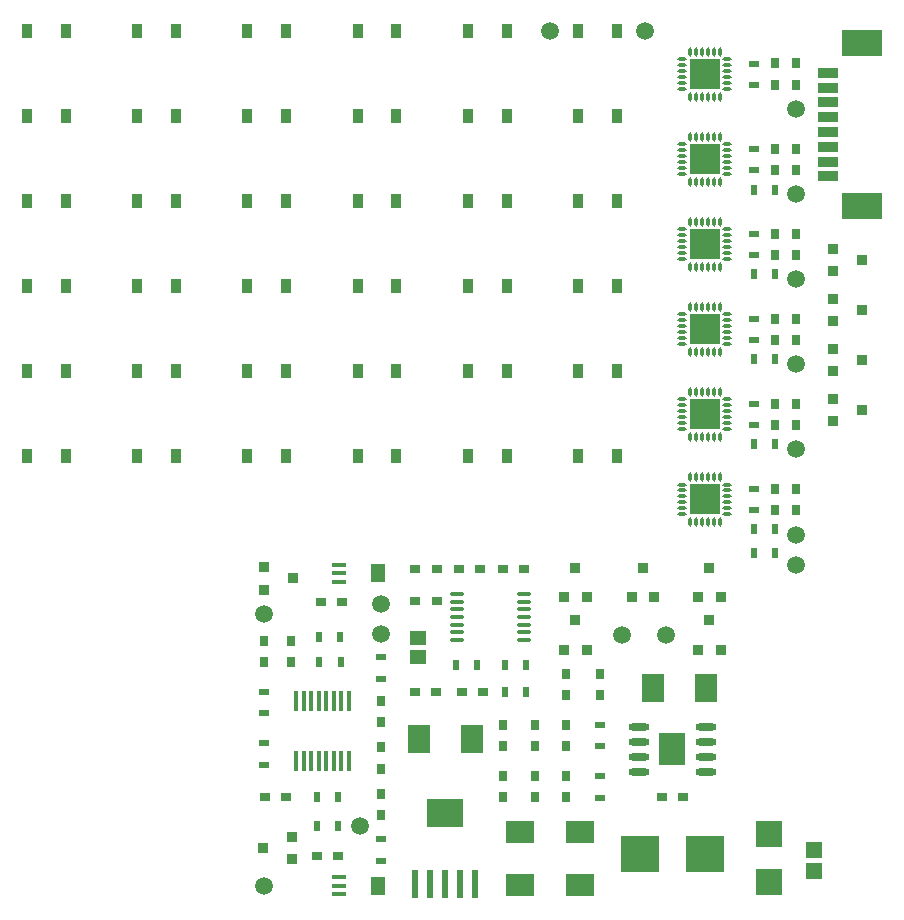
<source format=gbr>
G04*
G04 #@! TF.GenerationSoftware,Altium Limited,Altium Designer,24.1.2 (44)*
G04*
G04 Layer_Color=128*
%FSLAX44Y44*%
%MOMM*%
G71*
G04*
G04 #@! TF.SameCoordinates,14EC1D3F-8ED5-41FF-9881-AC4D2EF9915D*
G04*
G04*
G04 #@! TF.FilePolarity,Positive*
G04*
G01*
G75*
%ADD56R,2.3000X2.8000*%
%ADD57O,1.8000X0.6000*%
%ADD58R,1.4000X1.4000*%
%ADD59R,2.3000X2.2860*%
%ADD60R,0.6325X2.3455*%
%ADD61R,3.1725X2.3455*%
G04:AMPARAMS|DCode=62|XSize=0.2746mm|YSize=0.8048mm|CornerRadius=0.1373mm|HoleSize=0mm|Usage=FLASHONLY|Rotation=180.000|XOffset=0mm|YOffset=0mm|HoleType=Round|Shape=RoundedRectangle|*
%AMROUNDEDRECTD62*
21,1,0.2746,0.5302,0,0,180.0*
21,1,0.0000,0.8048,0,0,180.0*
1,1,0.2746,0.0000,0.2651*
1,1,0.2746,0.0000,0.2651*
1,1,0.2746,0.0000,-0.2651*
1,1,0.2746,0.0000,-0.2651*
%
%ADD62ROUNDEDRECTD62*%
G04:AMPARAMS|DCode=63|XSize=0.2746mm|YSize=0.8048mm|CornerRadius=0.1373mm|HoleSize=0mm|Usage=FLASHONLY|Rotation=90.000|XOffset=0mm|YOffset=0mm|HoleType=Round|Shape=RoundedRectangle|*
%AMROUNDEDRECTD63*
21,1,0.2746,0.5302,0,0,90.0*
21,1,0.0000,0.8048,0,0,90.0*
1,1,0.2746,0.2651,0.0000*
1,1,0.2746,0.2651,0.0000*
1,1,0.2746,-0.2651,0.0000*
1,1,0.2746,-0.2651,0.0000*
%
%ADD63ROUNDEDRECTD63*%
%ADD64R,2.5000X2.5000*%
%ADD65R,3.5000X2.2098*%
%ADD66O,1.2500X0.3500*%
%ADD67R,3.3000X3.1500*%
%ADD68R,0.9000X0.8000*%
%ADD69R,0.6000X0.9000*%
%ADD70R,0.8000X0.9000*%
%ADD71R,0.9000X0.6000*%
%ADD72R,0.4000X1.8000*%
%ADD73R,1.4000X1.3000*%
%ADD74R,1.8796X2.3622*%
%ADD75R,0.9500X0.9000*%
%ADD76R,1.2700X0.4000*%
%ADD77R,1.2700X1.5500*%
%ADD78R,2.3622X1.8796*%
%ADD79R,0.9000X0.9500*%
%ADD80C,1.5000*%
%ADD81R,0.9100X1.2200*%
%ADD82R,1.7018X0.8128*%
%ADD87R,1.2700X0.3810*%
G36*
X671380Y414750D02*
X660130D01*
Y426000D01*
X671380D01*
Y414750D01*
D02*
G37*
G36*
X658130D02*
X646880D01*
Y426000D01*
X658130D01*
Y414750D01*
D02*
G37*
G36*
X671380Y356000D02*
X660130D01*
Y367250D01*
X671380D01*
Y356000D01*
D02*
G37*
G36*
X658130D02*
X646880D01*
Y367250D01*
X658130D01*
Y356000D01*
D02*
G37*
G36*
X671380Y342750D02*
X660130D01*
Y354000D01*
X671380D01*
Y342750D01*
D02*
G37*
G36*
X658130D02*
X646880D01*
Y354000D01*
X658130D01*
Y342750D01*
D02*
G37*
G36*
X671380Y500000D02*
X660130D01*
Y511250D01*
X671380D01*
Y500000D01*
D02*
G37*
G36*
X658130D02*
X646880D01*
Y511250D01*
X658130D01*
Y500000D01*
D02*
G37*
G36*
X671380Y486750D02*
X660130D01*
Y498000D01*
X671380D01*
Y486750D01*
D02*
G37*
G36*
X658130D02*
X646880D01*
Y498000D01*
X658130D01*
Y486750D01*
D02*
G37*
G36*
X671380Y428000D02*
X660130D01*
Y439250D01*
X671380D01*
Y428000D01*
D02*
G37*
G36*
X658130D02*
X646880D01*
Y439250D01*
X658130D01*
Y428000D01*
D02*
G37*
G36*
X671380Y630750D02*
X660130D01*
Y642000D01*
X671380D01*
Y630750D01*
D02*
G37*
G36*
X658130D02*
X646880D01*
Y642000D01*
X658130D01*
Y630750D01*
D02*
G37*
G36*
X671380Y572000D02*
X660130D01*
Y583250D01*
X671380D01*
Y572000D01*
D02*
G37*
G36*
X658130D02*
X646880D01*
Y583250D01*
X658130D01*
Y572000D01*
D02*
G37*
G36*
X671380Y558750D02*
X660130D01*
Y570000D01*
X671380D01*
Y558750D01*
D02*
G37*
G36*
X658130D02*
X646880D01*
Y570000D01*
X658130D01*
Y558750D01*
D02*
G37*
G36*
X671380Y716000D02*
X660130D01*
Y727250D01*
X671380D01*
Y716000D01*
D02*
G37*
G36*
X658130D02*
X646880D01*
Y727250D01*
X658130D01*
Y716000D01*
D02*
G37*
G36*
X671380Y702750D02*
X660130D01*
Y714000D01*
X671380D01*
Y702750D01*
D02*
G37*
G36*
X658130D02*
X646880D01*
Y714000D01*
X658130D01*
Y702750D01*
D02*
G37*
G36*
X671380Y644000D02*
X660130D01*
Y655250D01*
X671380D01*
Y644000D01*
D02*
G37*
G36*
X658130D02*
X646880D01*
Y655250D01*
X658130D01*
Y644000D01*
D02*
G37*
D56*
X631630Y143510D02*
D03*
D57*
X659880Y162560D02*
D03*
Y149860D02*
D03*
Y137160D02*
D03*
Y124460D02*
D03*
X603380Y162560D02*
D03*
Y149860D02*
D03*
Y137160D02*
D03*
Y124460D02*
D03*
D58*
X751840Y40640D02*
D03*
Y57940D02*
D03*
D59*
X713170Y71700D02*
D03*
Y31060D02*
D03*
D60*
X464542Y29088D02*
D03*
X451842D02*
D03*
X439142D02*
D03*
X426442D02*
D03*
X413742D02*
D03*
D61*
X439142Y89294D02*
D03*
D62*
X671630Y695976D02*
D03*
X666630D02*
D03*
X661630D02*
D03*
X656630D02*
D03*
X651630D02*
D03*
X646630D02*
D03*
Y734024D02*
D03*
X651630D02*
D03*
X656630D02*
D03*
X661630D02*
D03*
X666630D02*
D03*
X671630D02*
D03*
Y518024D02*
D03*
X666630D02*
D03*
X661630D02*
D03*
X656630D02*
D03*
X651630D02*
D03*
X646630D02*
D03*
Y479976D02*
D03*
X651630D02*
D03*
X656630D02*
D03*
X661630D02*
D03*
X666630D02*
D03*
X671630D02*
D03*
Y623976D02*
D03*
X666630D02*
D03*
X661630D02*
D03*
X656630D02*
D03*
X651630D02*
D03*
X646630D02*
D03*
Y662024D02*
D03*
X651630D02*
D03*
X656630D02*
D03*
X661630D02*
D03*
X666630D02*
D03*
X671630D02*
D03*
Y446024D02*
D03*
X666630D02*
D03*
X661630D02*
D03*
X656630D02*
D03*
X651630D02*
D03*
X646630D02*
D03*
Y407976D02*
D03*
X651630D02*
D03*
X656630D02*
D03*
X661630D02*
D03*
X666630D02*
D03*
X671630D02*
D03*
Y335976D02*
D03*
X666630D02*
D03*
X661630D02*
D03*
X656630D02*
D03*
X651630D02*
D03*
X646630D02*
D03*
Y374024D02*
D03*
X651630D02*
D03*
X656630D02*
D03*
X661630D02*
D03*
X666630D02*
D03*
X671630D02*
D03*
Y590024D02*
D03*
X666630D02*
D03*
X661630D02*
D03*
X656630D02*
D03*
X651630D02*
D03*
X646630D02*
D03*
Y551976D02*
D03*
X651630D02*
D03*
X656630D02*
D03*
X661630D02*
D03*
X666630D02*
D03*
X671630D02*
D03*
D63*
X640106Y702500D02*
D03*
Y707500D02*
D03*
Y712500D02*
D03*
Y717500D02*
D03*
Y722500D02*
D03*
Y727500D02*
D03*
X678154D02*
D03*
Y722500D02*
D03*
Y717500D02*
D03*
Y712500D02*
D03*
Y707500D02*
D03*
Y702500D02*
D03*
Y486500D02*
D03*
Y491500D02*
D03*
Y496500D02*
D03*
Y501500D02*
D03*
Y506500D02*
D03*
Y511500D02*
D03*
X640106D02*
D03*
Y506500D02*
D03*
Y501500D02*
D03*
Y496500D02*
D03*
Y491500D02*
D03*
Y486500D02*
D03*
Y630500D02*
D03*
Y635500D02*
D03*
Y640500D02*
D03*
Y645500D02*
D03*
Y650500D02*
D03*
Y655500D02*
D03*
X678154D02*
D03*
Y650500D02*
D03*
Y645500D02*
D03*
Y640500D02*
D03*
Y635500D02*
D03*
Y630500D02*
D03*
Y414500D02*
D03*
Y419500D02*
D03*
Y424500D02*
D03*
Y429500D02*
D03*
Y434500D02*
D03*
Y439500D02*
D03*
X640106D02*
D03*
Y434500D02*
D03*
Y429500D02*
D03*
Y424500D02*
D03*
Y419500D02*
D03*
Y414500D02*
D03*
Y342500D02*
D03*
Y347500D02*
D03*
Y352500D02*
D03*
Y357500D02*
D03*
Y362500D02*
D03*
Y367500D02*
D03*
X678154D02*
D03*
Y362500D02*
D03*
Y357500D02*
D03*
Y352500D02*
D03*
Y347500D02*
D03*
Y342500D02*
D03*
Y558500D02*
D03*
Y563500D02*
D03*
Y568500D02*
D03*
Y573500D02*
D03*
Y578500D02*
D03*
Y583500D02*
D03*
X640106D02*
D03*
Y578500D02*
D03*
Y573500D02*
D03*
Y568500D02*
D03*
Y563500D02*
D03*
Y558500D02*
D03*
D64*
X659130Y715000D02*
D03*
Y499000D02*
D03*
Y643000D02*
D03*
Y427000D02*
D03*
Y355000D02*
D03*
Y571000D02*
D03*
D65*
X792435Y741480D02*
D03*
Y602980D02*
D03*
D66*
X505770Y274770D02*
D03*
Y268270D02*
D03*
Y261770D02*
D03*
Y255270D02*
D03*
Y248770D02*
D03*
Y242270D02*
D03*
Y235770D02*
D03*
X449270Y274770D02*
D03*
Y268270D02*
D03*
Y261770D02*
D03*
Y255270D02*
D03*
Y248770D02*
D03*
Y242270D02*
D03*
Y235770D02*
D03*
D67*
X659130Y54610D02*
D03*
X604130D02*
D03*
D68*
X413910Y295888D02*
D03*
X431910D02*
D03*
Y269240D02*
D03*
X413910D02*
D03*
X351900Y267970D02*
D03*
X333900D02*
D03*
X413800Y191770D02*
D03*
X431800D02*
D03*
X453280D02*
D03*
X471280D02*
D03*
X286283Y102870D02*
D03*
X304283D02*
D03*
X330718Y53340D02*
D03*
X348718D02*
D03*
X622630Y102870D02*
D03*
X640630D02*
D03*
X451054Y295888D02*
D03*
X469054D02*
D03*
X488198D02*
D03*
X506198D02*
D03*
D69*
X332362Y238761D02*
D03*
X350521Y238760D02*
D03*
X350900Y217169D02*
D03*
X332741Y217170D02*
D03*
X447931Y214631D02*
D03*
X466090Y214630D02*
D03*
X489841Y214631D02*
D03*
X508000Y214630D02*
D03*
X489842Y191771D02*
D03*
X508001Y191770D02*
D03*
X330449Y102871D02*
D03*
X348608Y102870D02*
D03*
X330449Y78741D02*
D03*
X348608Y78740D02*
D03*
X718821Y309880D02*
D03*
X700662Y309881D02*
D03*
Y330201D02*
D03*
X718821Y330200D02*
D03*
X700662Y401956D02*
D03*
X718821Y401955D02*
D03*
X700662Y473711D02*
D03*
X718821Y473710D02*
D03*
X700662Y545466D02*
D03*
X718821Y545465D02*
D03*
X700662Y617221D02*
D03*
X718821Y617220D02*
D03*
D70*
X308610Y235060D02*
D03*
Y217060D02*
D03*
X285750D02*
D03*
Y235060D02*
D03*
X384810Y166260D02*
D03*
Y184260D02*
D03*
X488188Y163940D02*
D03*
Y145940D02*
D03*
X514858D02*
D03*
Y163940D02*
D03*
X488188Y120760D02*
D03*
Y102760D02*
D03*
X541528D02*
D03*
Y120760D02*
D03*
X514858Y102760D02*
D03*
Y120760D02*
D03*
X384810Y126890D02*
D03*
Y144890D02*
D03*
Y105520D02*
D03*
Y87520D02*
D03*
X541528Y189247D02*
D03*
Y207247D02*
D03*
X570230D02*
D03*
Y189247D02*
D03*
X541528Y145940D02*
D03*
Y163940D02*
D03*
X718820Y346000D02*
D03*
Y364000D02*
D03*
X736600D02*
D03*
Y346000D02*
D03*
X718820Y418000D02*
D03*
Y436000D02*
D03*
X736600D02*
D03*
Y418000D02*
D03*
X718820Y490000D02*
D03*
Y508000D02*
D03*
X736600D02*
D03*
Y490000D02*
D03*
X718820Y562000D02*
D03*
Y580000D02*
D03*
X736600D02*
D03*
Y562000D02*
D03*
X718820Y634000D02*
D03*
Y652000D02*
D03*
X736600Y634000D02*
D03*
Y652000D02*
D03*
X718820Y706000D02*
D03*
Y724000D02*
D03*
X736600D02*
D03*
Y706000D02*
D03*
D71*
X285751Y192148D02*
D03*
X285750Y173989D02*
D03*
X285749Y130432D02*
D03*
X285750Y148591D02*
D03*
X384811Y221358D02*
D03*
X384810Y203199D02*
D03*
X384817Y49152D02*
D03*
X384818Y67311D02*
D03*
X570229Y102491D02*
D03*
X570230Y120650D02*
D03*
X570231Y164209D02*
D03*
X570230Y146050D02*
D03*
X701039Y345733D02*
D03*
X701040Y363892D02*
D03*
X701039Y417733D02*
D03*
X701040Y435892D02*
D03*
X701039Y561733D02*
D03*
X701040Y579892D02*
D03*
X701039Y633733D02*
D03*
X701040Y651892D02*
D03*
X701039Y705733D02*
D03*
X701040Y723892D02*
D03*
Y507892D02*
D03*
X701039Y489733D02*
D03*
D72*
X357505Y184277D02*
D03*
X351155D02*
D03*
X344805D02*
D03*
X338455D02*
D03*
X332105D02*
D03*
X325755D02*
D03*
X319405D02*
D03*
X313055D02*
D03*
Y133223D02*
D03*
X319405D02*
D03*
X325755D02*
D03*
X332105D02*
D03*
X338455D02*
D03*
X344805D02*
D03*
X351155D02*
D03*
X357505D02*
D03*
D73*
X416167Y221870D02*
D03*
Y237870D02*
D03*
D74*
X461772Y152273D02*
D03*
X417068D02*
D03*
X615370Y195580D02*
D03*
X660074D02*
D03*
D75*
X309666Y69190D02*
D03*
X284666Y59690D02*
D03*
X309666Y50190D02*
D03*
X767280Y548030D02*
D03*
X792280Y557530D02*
D03*
X767280Y567030D02*
D03*
Y505697D02*
D03*
X792280Y515197D02*
D03*
X767280Y524697D02*
D03*
Y463363D02*
D03*
X792280Y472863D02*
D03*
X767280Y482363D02*
D03*
Y421030D02*
D03*
X792280Y430530D02*
D03*
X767280Y440030D02*
D03*
X285750Y297485D02*
D03*
X310750Y287985D02*
D03*
X285750Y278485D02*
D03*
D76*
X349377Y27647D02*
D03*
X349369Y292205D02*
D03*
D77*
X382397Y27647D02*
D03*
X382389Y292205D02*
D03*
D78*
X502920Y73152D02*
D03*
Y28448D02*
D03*
X553720Y73240D02*
D03*
Y28536D02*
D03*
D79*
X558931Y227530D02*
D03*
X549431Y252530D02*
D03*
X539931Y227530D02*
D03*
X672440D02*
D03*
X662940Y252530D02*
D03*
X653440Y227530D02*
D03*
Y271980D02*
D03*
X662940Y296980D02*
D03*
X672440Y271980D02*
D03*
X597320D02*
D03*
X606820Y296980D02*
D03*
X616320Y271980D02*
D03*
X539931D02*
D03*
X549431Y296980D02*
D03*
X558931Y271980D02*
D03*
D80*
X736600Y299720D02*
D03*
X608330Y751840D02*
D03*
X528320D02*
D03*
X384810Y241300D02*
D03*
X285750Y27774D02*
D03*
X736600Y613410D02*
D03*
Y397192D02*
D03*
X589280Y240030D02*
D03*
X626110D02*
D03*
X736600Y469265D02*
D03*
X285750Y257810D02*
D03*
X384810Y266700D02*
D03*
X367030Y78740D02*
D03*
X736600Y685800D02*
D03*
Y541338D02*
D03*
Y325120D02*
D03*
D81*
X458410Y391840D02*
D03*
X491110D02*
D03*
X551750D02*
D03*
X584450D02*
D03*
X551750Y463840D02*
D03*
X584450D02*
D03*
X458410D02*
D03*
X491110D02*
D03*
X458410Y535840D02*
D03*
X491110D02*
D03*
X551750D02*
D03*
X584450D02*
D03*
X551750Y607840D02*
D03*
X584450D02*
D03*
X458410D02*
D03*
X491110D02*
D03*
X365070D02*
D03*
X397770D02*
D03*
X365070Y535840D02*
D03*
X397770D02*
D03*
X365070Y463840D02*
D03*
X397770D02*
D03*
X365070Y391840D02*
D03*
X397770D02*
D03*
X271730D02*
D03*
X304430D02*
D03*
X271730Y463840D02*
D03*
X304430D02*
D03*
X271730Y535840D02*
D03*
X304430D02*
D03*
X178390Y607840D02*
D03*
X211090D02*
D03*
X271730D02*
D03*
X304430D02*
D03*
X178390Y535840D02*
D03*
X211090D02*
D03*
X178390Y463840D02*
D03*
X211090D02*
D03*
X178390Y391840D02*
D03*
X211090D02*
D03*
X85050D02*
D03*
X117750D02*
D03*
X85050Y463840D02*
D03*
X117750D02*
D03*
X85050Y535840D02*
D03*
X117750D02*
D03*
X85050Y607840D02*
D03*
X117750D02*
D03*
X85050Y679840D02*
D03*
X117750D02*
D03*
X178390D02*
D03*
X211090D02*
D03*
X271730D02*
D03*
X304430D02*
D03*
X365070D02*
D03*
X397770D02*
D03*
X458410D02*
D03*
X491110D02*
D03*
X551750D02*
D03*
X584450D02*
D03*
X551750Y751840D02*
D03*
X584450D02*
D03*
X458410D02*
D03*
X491110D02*
D03*
X365070D02*
D03*
X397770D02*
D03*
X271730D02*
D03*
X304430D02*
D03*
X178390D02*
D03*
X211090D02*
D03*
X85050D02*
D03*
X117750D02*
D03*
D82*
X763435Y715980D02*
D03*
Y703480D02*
D03*
Y690980D02*
D03*
Y678480D02*
D03*
Y665980D02*
D03*
Y653480D02*
D03*
Y640980D02*
D03*
Y628480D02*
D03*
D87*
X349250Y34925D02*
D03*
Y20955D02*
D03*
Y299085D02*
D03*
Y285115D02*
D03*
M02*

</source>
